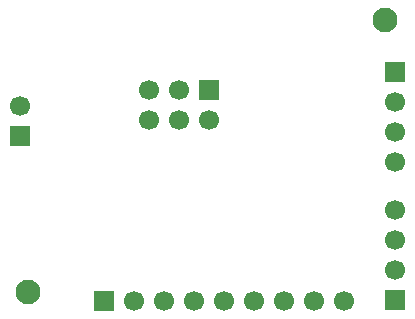
<source format=gbr>
%TF.GenerationSoftware,KiCad,Pcbnew,9.0.2*%
%TF.CreationDate,2025-07-25T22:05:18+05:30*%
%TF.ProjectId,mcu,6d63752e-6b69-4636-9164-5f7063625858,rev?*%
%TF.SameCoordinates,Original*%
%TF.FileFunction,Soldermask,Bot*%
%TF.FilePolarity,Negative*%
%FSLAX46Y46*%
G04 Gerber Fmt 4.6, Leading zero omitted, Abs format (unit mm)*
G04 Created by KiCad (PCBNEW 9.0.2) date 2025-07-25 22:05:18*
%MOMM*%
%LPD*%
G01*
G04 APERTURE LIST*
%ADD10R,1.700000X1.700000*%
%ADD11C,1.700000*%
%ADD12C,2.100000*%
G04 APERTURE END LIST*
D10*
%TO.C,J1*%
X103280000Y-125240000D03*
D11*
X105820000Y-125240000D03*
X108360000Y-125240000D03*
X110900000Y-125240000D03*
X113440000Y-125240000D03*
X115980000Y-125240000D03*
X118520000Y-125240000D03*
X121060000Y-125240000D03*
X123600000Y-125240000D03*
%TD*%
D12*
%TO.C,H2*%
X96830000Y-124470000D03*
%TD*%
D10*
%TO.C,J4*%
X112200000Y-107340000D03*
D11*
X112200000Y-109880000D03*
X109660000Y-107340000D03*
X109660000Y-109880000D03*
X107120000Y-107340000D03*
X107120000Y-109880000D03*
%TD*%
D10*
%TO.C,BT1*%
X96160000Y-111255000D03*
D11*
X96160000Y-108715000D03*
%TD*%
D10*
%TO.C,J2*%
X127940000Y-105810000D03*
D11*
X127940000Y-108350000D03*
X127940000Y-110890000D03*
X127940000Y-113430000D03*
%TD*%
D12*
%TO.C,H1*%
X127090000Y-101410000D03*
%TD*%
D10*
%TO.C,J3*%
X127910000Y-125110000D03*
D11*
X127910000Y-122570000D03*
X127910000Y-120030000D03*
X127910000Y-117490000D03*
%TD*%
M02*

</source>
